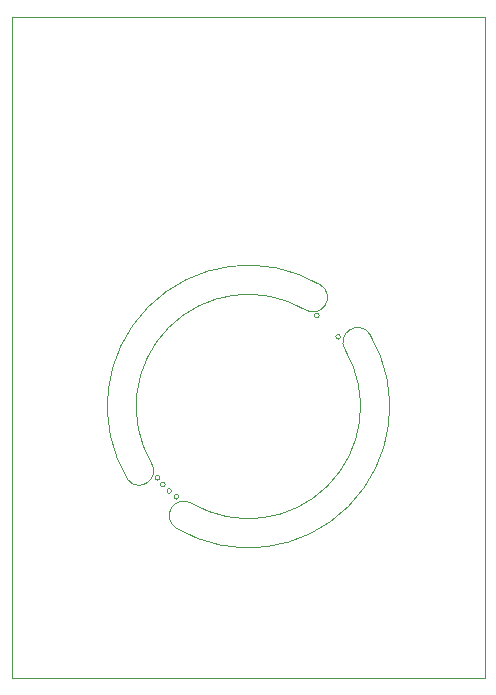
<source format=gm1>
%TF.GenerationSoftware,KiCad,Pcbnew,8.0.3*%
%TF.CreationDate,2024-10-01T18:17:42-04:00*%
%TF.ProjectId,headstage-16stim,68656164-7374-4616-9765-2d3136737469,B*%
%TF.SameCoordinates,Original*%
%TF.FileFunction,Profile,NP*%
%FSLAX46Y46*%
G04 Gerber Fmt 4.6, Leading zero omitted, Abs format (unit mm)*
G04 Created by KiCad (PCBNEW 8.0.3) date 2024-10-01 18:17:42*
%MOMM*%
%LPD*%
G01*
G04 APERTURE LIST*
%TA.AperFunction,Profile*%
%ADD10C,0.050000*%
%TD*%
G04 APERTURE END LIST*
D10*
X117400000Y-73300000D02*
G75*
G02*
X118699956Y-71200068I628600J1063200D01*
G01*
X103500000Y-30000000D02*
X143500000Y-30000000D01*
X143500000Y-86000000D01*
X103500000Y-86000000D01*
X103500000Y-30000000D01*
X133800000Y-56900000D02*
G75*
G02*
X117400000Y-73300000I-10298200J-6101800D01*
G01*
X129600000Y-52700000D02*
G75*
G02*
X128299987Y-54800021I-628700J-1063200D01*
G01*
X117600000Y-70650000D02*
G75*
G02*
X117200000Y-70650000I-200000J0D01*
G01*
X117200000Y-70650000D02*
G75*
G02*
X117600000Y-70650000I200000J0D01*
G01*
X113300000Y-69200000D02*
G75*
G02*
X129600002Y-52699997I10208140J6216810D01*
G01*
X131699998Y-58200000D02*
G75*
G02*
X118700001Y-71199998I-8199998J-4800000D01*
G01*
X131699999Y-58200000D02*
G75*
G02*
X133799994Y-56900004I1052101J646600D01*
G01*
X116000000Y-69050000D02*
G75*
G02*
X115600000Y-69050000I-200000J0D01*
G01*
X115600000Y-69050000D02*
G75*
G02*
X116000000Y-69050000I200000J0D01*
G01*
X115300000Y-67800001D02*
G75*
G02*
X113299988Y-69200010I-1041800J-640299D01*
G01*
X117000000Y-70150000D02*
G75*
G02*
X116600000Y-70150000I-200000J0D01*
G01*
X116600000Y-70150000D02*
G75*
G02*
X117000000Y-70150000I200000J0D01*
G01*
X116450000Y-69600000D02*
G75*
G02*
X116050000Y-69600000I-200000J0D01*
G01*
X116050000Y-69600000D02*
G75*
G02*
X116450000Y-69600000I200000J0D01*
G01*
X131300000Y-57100000D02*
G75*
G02*
X130900000Y-57100000I-200000J0D01*
G01*
X130900000Y-57100000D02*
G75*
G02*
X131300000Y-57100000I200000J0D01*
G01*
X115300000Y-67800001D02*
G75*
G02*
X128300001Y-54800000I8200000J4800001D01*
G01*
X129500000Y-55300000D02*
G75*
G02*
X129100000Y-55300000I-200000J0D01*
G01*
X129100000Y-55300000D02*
G75*
G02*
X129500000Y-55300000I200000J0D01*
G01*
M02*

</source>
